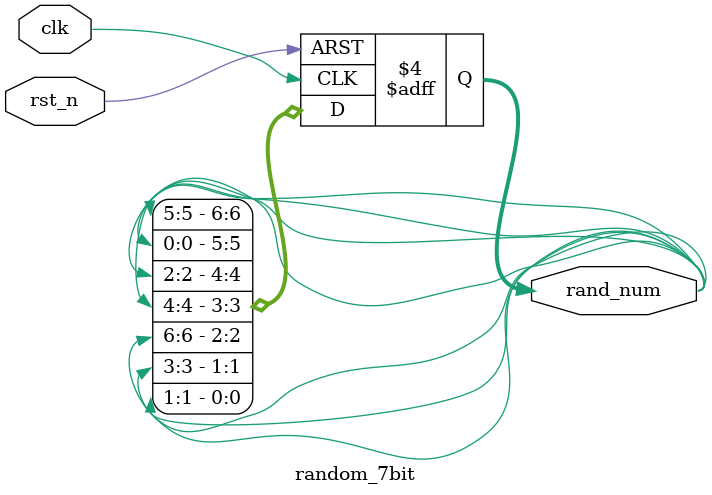
<source format=v>
module random_7bit(
    input clk,
    input rst_n,
    output reg[6:0] rand_num
    );
//reg [3:0] rand_buff = 4'd0;
//----------------------初始化-------------------------------------------------------------
initial begin
	rand_num = 7'b0100000;
end
//----------------------初始化-------------------------------------------------------------
always@(posedge clk or negedge rst_n)
   if(!rst_n)  begin
			rand_num <= 7'b0100000;
//			rand_buff <= 4'd0;
	end
   else begin 
//				rand_buff <= rand_num % 10; 
//				rand_num <= (rand_num  >> rand_buff ? rand_num ;
            rand_num[0] <= rand_num[1];
            rand_num[1] <= rand_num[3];
            rand_num[2] <= rand_num[6];
            rand_num[3] <= rand_num[4];
            rand_num[4] <= rand_num[2];
            rand_num[5] <= rand_num[0];
            rand_num[6] <= rand_num[5];
   end
endmodule



</source>
